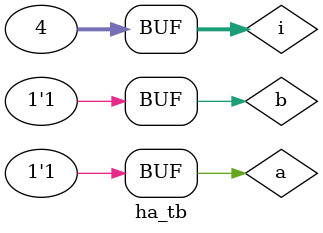
<source format=v>
module ha(A,B,S,C);
    input A,B;
	output reg S,C;
	always @(A or B)
	  begin
	    S=A^B;
		C=A&B;
	  end
endmodule




module ha_tb();
  reg a,b;
  wire s,c;
  integer i;
  ha dut(a,b,s,c);
  initial
  begin
    {a,b}=0;
	for(i=0;i<4;i=i+1)
	begin
	   {a,b}=i;
	end
  end
endmodule

  
  
</source>
